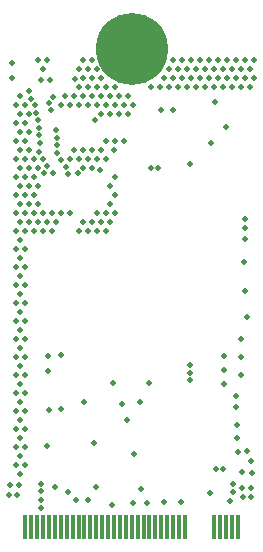
<source format=gbs>
G04*
G04 #@! TF.GenerationSoftware,Altium Limited,Altium Designer,21.6.4 (81)*
G04*
G04 Layer_Color=16711935*
%FSLAX25Y25*%
%MOIN*%
G70*
G04*
G04 #@! TF.SameCoordinates,6F8CC7CC-E5A1-43EC-881E-7175B0140384*
G04*
G04*
G04 #@! TF.FilePolarity,Negative*
G04*
G01*
G75*
%ADD59C,0.01994*%
%ADD70R,0.01772X0.08071*%
%ADD71C,0.24016*%
G54D59*
X27350Y47655D02*
D03*
X15748Y44882D02*
D03*
X19685Y45276D02*
D03*
X15354Y57874D02*
D03*
X46457Y18504D02*
D03*
X78740Y30847D02*
D03*
X81809Y31105D02*
D03*
X79965Y24408D02*
D03*
X83206Y27953D02*
D03*
X83465Y24016D02*
D03*
X24803Y14961D02*
D03*
X75984Y14567D02*
D03*
X81890Y75984D02*
D03*
X80709Y94095D02*
D03*
X81102Y84646D02*
D03*
Y101969D02*
D03*
Y105512D02*
D03*
Y108661D02*
D03*
X84110Y161504D02*
D03*
X82610Y158504D02*
D03*
X84110Y155504D02*
D03*
X82610Y152504D02*
D03*
X81110Y161504D02*
D03*
X79610Y158504D02*
D03*
X81110Y155504D02*
D03*
X79610Y152504D02*
D03*
Y68504D02*
D03*
Y62504D02*
D03*
Y56504D02*
D03*
X78110Y161504D02*
D03*
X76610Y158504D02*
D03*
X78110Y155504D02*
D03*
X76610Y152504D02*
D03*
X75110Y161504D02*
D03*
X73610Y158504D02*
D03*
X75110Y155504D02*
D03*
X73610Y152504D02*
D03*
X72110Y161504D02*
D03*
X70610Y158504D02*
D03*
X72110Y155504D02*
D03*
X70610Y152504D02*
D03*
X69110Y161504D02*
D03*
X67610Y158504D02*
D03*
X69110Y155504D02*
D03*
X67610Y152504D02*
D03*
X66110Y161504D02*
D03*
X64610Y158504D02*
D03*
X66110Y155504D02*
D03*
X64610Y152504D02*
D03*
X63110Y161504D02*
D03*
X61610Y158504D02*
D03*
X63110Y155504D02*
D03*
X61610Y152504D02*
D03*
X60110Y161504D02*
D03*
X58610Y158504D02*
D03*
X60110Y155504D02*
D03*
X58610Y152504D02*
D03*
X57110Y161504D02*
D03*
X55610Y158504D02*
D03*
X57110Y155504D02*
D03*
X55610Y152504D02*
D03*
X54110Y155504D02*
D03*
X52610Y152504D02*
D03*
X49610D02*
D03*
X43610Y146504D02*
D03*
X42110Y149504D02*
D03*
X40610Y146504D02*
D03*
X42110Y143504D02*
D03*
X40610Y134504D02*
D03*
X37610Y152504D02*
D03*
X39110Y149504D02*
D03*
X37610Y146504D02*
D03*
X39110Y143504D02*
D03*
X37610Y134504D02*
D03*
Y122504D02*
D03*
Y116504D02*
D03*
Y110504D02*
D03*
X34610Y152504D02*
D03*
X36110Y149504D02*
D03*
X34610Y146504D02*
D03*
X36110Y143504D02*
D03*
X34610Y134504D02*
D03*
Y128504D02*
D03*
X36110Y119504D02*
D03*
Y113504D02*
D03*
X34610Y110504D02*
D03*
X36110Y107504D02*
D03*
X34610Y104504D02*
D03*
X31610Y158504D02*
D03*
X33110Y155504D02*
D03*
X31610Y152504D02*
D03*
X33110Y149504D02*
D03*
X31610Y146504D02*
D03*
X33110Y143504D02*
D03*
Y131504D02*
D03*
X31610Y128504D02*
D03*
Y110504D02*
D03*
X33110Y107504D02*
D03*
X31610Y104504D02*
D03*
X30110Y161504D02*
D03*
X28610Y158504D02*
D03*
X30110Y155504D02*
D03*
X28610Y152504D02*
D03*
X30110Y149504D02*
D03*
X28610Y146504D02*
D03*
X30110Y131504D02*
D03*
X28610Y128504D02*
D03*
X30110Y125504D02*
D03*
Y107504D02*
D03*
X28610Y104504D02*
D03*
X27110Y161504D02*
D03*
X25610Y158504D02*
D03*
X27110Y155504D02*
D03*
X25610Y152504D02*
D03*
X27110Y149504D02*
D03*
X25610Y146504D02*
D03*
X27110Y131504D02*
D03*
X25610Y128504D02*
D03*
X27110Y125504D02*
D03*
Y107504D02*
D03*
X25610Y104504D02*
D03*
X24110Y149504D02*
D03*
X22610Y146504D02*
D03*
X24110Y131504D02*
D03*
X22610Y128504D02*
D03*
Y110504D02*
D03*
X21110Y149504D02*
D03*
X19610Y146504D02*
D03*
Y110504D02*
D03*
X16610D02*
D03*
X18110Y107504D02*
D03*
X16610Y104504D02*
D03*
X15110Y161504D02*
D03*
X13610Y158504D02*
D03*
Y110504D02*
D03*
X15110Y107504D02*
D03*
X13610Y104504D02*
D03*
X12110Y161504D02*
D03*
X10610Y128504D02*
D03*
X12110Y125504D02*
D03*
X10610Y122504D02*
D03*
X12110Y119504D02*
D03*
X10610Y116504D02*
D03*
X12110Y113504D02*
D03*
X10610Y110504D02*
D03*
X12110Y107504D02*
D03*
X10610Y104504D02*
D03*
X7610Y146504D02*
D03*
X9110Y143504D02*
D03*
X7610Y140504D02*
D03*
X9110Y137504D02*
D03*
X7610Y134504D02*
D03*
X9110Y131504D02*
D03*
X7610Y128504D02*
D03*
X9110Y125504D02*
D03*
X7610Y122504D02*
D03*
X9110Y119504D02*
D03*
X7610Y116504D02*
D03*
X9110Y113504D02*
D03*
X7610Y110504D02*
D03*
X9110Y107504D02*
D03*
X7610Y104504D02*
D03*
Y98504D02*
D03*
Y92504D02*
D03*
Y86504D02*
D03*
Y80504D02*
D03*
Y74504D02*
D03*
Y68504D02*
D03*
Y62504D02*
D03*
Y56504D02*
D03*
Y50504D02*
D03*
Y44504D02*
D03*
Y38504D02*
D03*
Y32504D02*
D03*
Y26504D02*
D03*
X6110Y149504D02*
D03*
X4610Y146504D02*
D03*
X6110Y143504D02*
D03*
X4610Y140504D02*
D03*
X6110Y137504D02*
D03*
X4610Y134504D02*
D03*
X6110Y131504D02*
D03*
X4610Y128504D02*
D03*
X6110Y125504D02*
D03*
X4610Y122504D02*
D03*
X6110Y119504D02*
D03*
X4610Y116504D02*
D03*
X6110Y113504D02*
D03*
X4610Y110504D02*
D03*
X6110Y107504D02*
D03*
X4610Y104504D02*
D03*
X6110Y101504D02*
D03*
X4610Y98504D02*
D03*
X6110Y95504D02*
D03*
X4610Y92504D02*
D03*
X6110Y89504D02*
D03*
X4610Y86504D02*
D03*
X6110Y83504D02*
D03*
X4610Y80504D02*
D03*
X6110Y77504D02*
D03*
X4610Y74504D02*
D03*
X6110Y71504D02*
D03*
X4610Y68504D02*
D03*
X6110Y65504D02*
D03*
X4610Y62504D02*
D03*
X6110Y59504D02*
D03*
X4610Y56504D02*
D03*
X6110Y53504D02*
D03*
X4610Y50504D02*
D03*
X6110Y47504D02*
D03*
X4610Y44504D02*
D03*
X6110Y41504D02*
D03*
X4610Y38504D02*
D03*
X6110Y35504D02*
D03*
X4610Y32504D02*
D03*
X6110Y29504D02*
D03*
X4610Y26504D02*
D03*
X6110Y23504D02*
D03*
X12658Y133783D02*
D03*
X12431Y131024D02*
D03*
X13809Y128662D02*
D03*
X15217Y126148D02*
D03*
X17090Y123859D02*
D03*
X22047Y123660D02*
D03*
X21488Y126022D02*
D03*
X19779Y128268D02*
D03*
X18594Y130731D02*
D03*
X18460Y133163D02*
D03*
X18367Y135641D02*
D03*
X16520Y144769D02*
D03*
X15677Y147174D02*
D03*
X12396Y139050D02*
D03*
X12169Y141654D02*
D03*
X11475Y144016D02*
D03*
X12992Y154912D02*
D03*
X9055Y151083D02*
D03*
X9655Y148622D02*
D03*
X11045Y146423D02*
D03*
X12488Y136614D02*
D03*
X18215Y138177D02*
D03*
X17237Y149397D02*
D03*
X16142Y154912D02*
D03*
X3543Y155512D02*
D03*
Y160630D02*
D03*
X24409Y155118D02*
D03*
X28740Y14961D02*
D03*
X73660Y25197D02*
D03*
X71272D02*
D03*
X30709Y33858D02*
D03*
X52177Y125591D02*
D03*
X49790D02*
D03*
X44094Y30315D02*
D03*
X41732Y41732D02*
D03*
X46063Y47638D02*
D03*
X40157Y46850D02*
D03*
X49213Y53839D02*
D03*
X37008D02*
D03*
X14961Y33071D02*
D03*
X32677Y124803D02*
D03*
X62598Y126772D02*
D03*
X19685Y63386D02*
D03*
X74803Y139370D02*
D03*
X69685Y133858D02*
D03*
X71260Y147638D02*
D03*
X57087Y144882D02*
D03*
X53150D02*
D03*
X37402Y131496D02*
D03*
X31102Y141732D02*
D03*
X15358Y63070D02*
D03*
X25364Y123859D02*
D03*
X14173Y123938D02*
D03*
X78347Y35433D02*
D03*
Y39764D02*
D03*
X77953Y46063D02*
D03*
Y49606D02*
D03*
X74016Y53543D02*
D03*
Y58268D02*
D03*
Y62992D02*
D03*
X62598Y59842D02*
D03*
Y57284D02*
D03*
Y54872D02*
D03*
X69291Y17323D02*
D03*
X77115Y17594D02*
D03*
X77239Y20147D02*
D03*
X43701Y13780D02*
D03*
X80360Y15748D02*
D03*
X80101Y18998D02*
D03*
X83071Y15748D02*
D03*
Y18847D02*
D03*
X59842Y14173D02*
D03*
X53937D02*
D03*
X48425Y13780D02*
D03*
X36614Y13386D02*
D03*
X12992Y12205D02*
D03*
Y14961D02*
D03*
X12945Y17782D02*
D03*
X12992Y20333D02*
D03*
X5906Y19808D02*
D03*
X5036Y16535D02*
D03*
X2518Y16524D02*
D03*
X2687Y19808D02*
D03*
X31496Y19291D02*
D03*
X17717D02*
D03*
X22047Y17717D02*
D03*
G54D70*
X55142Y6004D02*
D03*
X53173D02*
D03*
X51205D02*
D03*
X49236D02*
D03*
X47268D02*
D03*
X45299D02*
D03*
X43331D02*
D03*
X61047D02*
D03*
X59079D02*
D03*
X31520D02*
D03*
X35457D02*
D03*
X33488D02*
D03*
X37425D02*
D03*
X29551D02*
D03*
X27583D02*
D03*
X25614D02*
D03*
X23646D02*
D03*
X21677D02*
D03*
X19709D02*
D03*
X17740D02*
D03*
X15772D02*
D03*
X13803D02*
D03*
X11835D02*
D03*
X9866D02*
D03*
X39394D02*
D03*
X41362D02*
D03*
X57110D02*
D03*
X72858D02*
D03*
X78764D02*
D03*
X76795D02*
D03*
X74827D02*
D03*
X70890D02*
D03*
X7898D02*
D03*
G54D71*
X43307Y165354D02*
D03*
M02*

</source>
